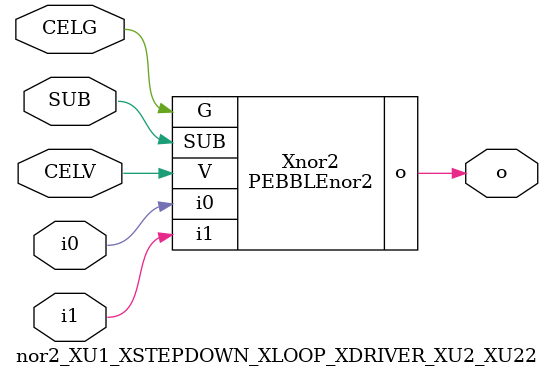
<source format=v>



module PEBBLEnor2 ( o, G, SUB, V, i0, i1 );

  input i0;
  input V;
  input i1;
  input G;
  output o;
  input SUB;
endmodule

//Celera Confidential Do Not Copy nor2_XU1_XSTEPDOWN_XLOOP_XDRIVER_XU2_XU22
//Celera Confidential Symbol Generator
//nor2
module nor2_XU1_XSTEPDOWN_XLOOP_XDRIVER_XU2_XU22 (CELV,CELG,i0,i1,o,SUB);
input CELV;
input CELG;
input i0;
input i1;
input SUB;
output o;

//Celera Confidential Do Not Copy nor2
PEBBLEnor2 Xnor2(
.V (CELV),
.i0 (i0),
.i1 (i1),
.o (o),
.SUB (SUB),
.G (CELG)
);
//,diesize,PEBBLEnor2

//Celera Confidential Do Not Copy Module End
//Celera Schematic Generator
endmodule

</source>
